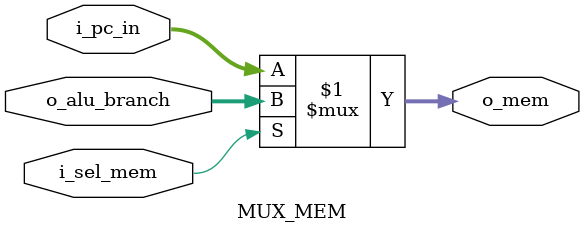
<source format=v>
`timescale 1ns / 1ps

`define WIDTH_MEM 32
module MUX_MEM(i_pc_in , o_alu_branch  , i_sel_mem  , o_mem);
input [`WIDTH_MEM-1:0] i_pc_in  ;
input [`WIDTH_MEM-1:0]  o_alu_branch ;
input  i_sel_mem;
output [`WIDTH_MEM-1:0] o_mem ;

assign o_mem = i_sel_mem? o_alu_branch : i_pc_in ;

endmodule

</source>
